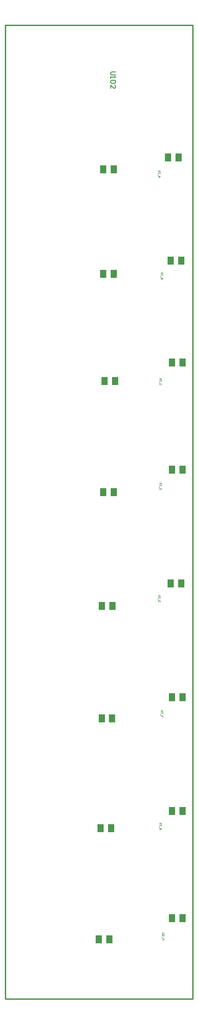
<source format=gbp>
G04 Layer_Color=128*
%FSLAX25Y25*%
%MOIN*%
G70*
G01*
G75*
%ADD22C,0.01000*%
%ADD23C,0.00236*%
%ADD24C,0.00800*%
%ADD31R,0.05118X0.06102*%
D22*
X0Y-736221D02*
X141732D01*
Y0D01*
X0D02*
X141732D01*
X0Y-736221D02*
Y0D01*
D23*
X119878Y-686276D02*
X118730D01*
X118500Y-686505D01*
Y-686964D01*
X118730Y-687194D01*
X119878D01*
X118500Y-688571D02*
Y-687653D01*
X119418Y-688571D01*
X119648D01*
X119878Y-688342D01*
Y-687883D01*
X119648Y-687653D01*
X118270Y-689031D02*
Y-689949D01*
X119878Y-690408D02*
X118500D01*
X119189D01*
Y-691326D01*
X119878D01*
X118500D01*
X117877Y-603000D02*
X116730D01*
X116500Y-603230D01*
Y-603689D01*
X116730Y-603918D01*
X117877D01*
X116500Y-605296D02*
Y-604378D01*
X117418Y-605296D01*
X117648D01*
X117877Y-605066D01*
Y-604607D01*
X117648Y-604378D01*
X116270Y-605755D02*
Y-606673D01*
X117648Y-608051D02*
X117877Y-607821D01*
Y-607362D01*
X117648Y-607132D01*
X116730D01*
X116500Y-607362D01*
Y-607821D01*
X116730Y-608051D01*
X117189D01*
Y-607592D01*
X118877Y-518000D02*
X117730D01*
X117500Y-518230D01*
Y-518689D01*
X117730Y-518918D01*
X118877D01*
X117500Y-520296D02*
Y-519378D01*
X118418Y-520296D01*
X118648D01*
X118877Y-520066D01*
Y-519607D01*
X118648Y-519378D01*
X117270Y-520755D02*
Y-521673D01*
X118877Y-523051D02*
Y-522132D01*
X118189D01*
Y-522592D01*
Y-522132D01*
X117500D01*
X116877Y-431000D02*
X115730D01*
X115500Y-431230D01*
Y-431689D01*
X115730Y-431918D01*
X116877D01*
X115500Y-433296D02*
Y-432377D01*
X116418Y-433296D01*
X116648D01*
X116877Y-433066D01*
Y-432607D01*
X116648Y-432377D01*
X115270Y-433755D02*
Y-434673D01*
X116877Y-436051D02*
Y-435133D01*
X115500D01*
Y-436051D01*
X116189Y-435133D02*
Y-435592D01*
X117877Y-346000D02*
X116730D01*
X116500Y-346230D01*
Y-346689D01*
X116730Y-346918D01*
X117877D01*
X116500Y-348296D02*
Y-347377D01*
X117418Y-348296D01*
X117648D01*
X117877Y-348066D01*
Y-347607D01*
X117648Y-347377D01*
X116270Y-348755D02*
Y-349673D01*
X117877Y-350132D02*
X116500D01*
Y-350821D01*
X116730Y-351051D01*
X117648D01*
X117877Y-350821D01*
Y-350132D01*
Y-267000D02*
X116730D01*
X116500Y-267230D01*
Y-267689D01*
X116730Y-267918D01*
X117877D01*
X116500Y-269296D02*
Y-268377D01*
X117418Y-269296D01*
X117648D01*
X117877Y-269066D01*
Y-268607D01*
X117648Y-268377D01*
X116270Y-269755D02*
Y-270673D01*
X117648Y-272051D02*
X117877Y-271821D01*
Y-271362D01*
X117648Y-271132D01*
X116730D01*
X116500Y-271362D01*
Y-271821D01*
X116730Y-272051D01*
X118877Y-187000D02*
X117730D01*
X117500Y-187230D01*
Y-187689D01*
X117730Y-187918D01*
X118877D01*
X117500Y-189296D02*
Y-188377D01*
X118418Y-189296D01*
X118648D01*
X118877Y-189066D01*
Y-188607D01*
X118648Y-188377D01*
X117270Y-189755D02*
Y-190673D01*
X118877Y-191132D02*
X117500D01*
Y-191821D01*
X117730Y-192051D01*
X117959D01*
X118189Y-191821D01*
Y-191132D01*
Y-191821D01*
X118418Y-192051D01*
X118648D01*
X118877Y-191821D01*
Y-191132D01*
X116877Y-110000D02*
X115730D01*
X115500Y-110230D01*
Y-110689D01*
X115730Y-110918D01*
X116877D01*
X115500Y-112296D02*
Y-111378D01*
X116418Y-112296D01*
X116648D01*
X116877Y-112066D01*
Y-111607D01*
X116648Y-111378D01*
X115270Y-112755D02*
Y-113673D01*
X115500Y-114132D02*
X116418D01*
X116877Y-114592D01*
X116418Y-115051D01*
X115500D01*
X116189D01*
Y-114132D01*
D24*
X83195Y-35441D02*
X80279D01*
X79696Y-36024D01*
Y-37190D01*
X80279Y-37774D01*
X83195D01*
X79696Y-38940D02*
Y-40106D01*
Y-39523D01*
X83195D01*
X82612Y-38940D01*
Y-41856D02*
X83195Y-42439D01*
Y-43605D01*
X82612Y-44188D01*
X80279D01*
X79696Y-43605D01*
Y-42439D01*
X80279Y-41856D01*
X82612D01*
X79696Y-47687D02*
Y-45355D01*
X82028Y-47687D01*
X82612D01*
X83195Y-47104D01*
Y-45938D01*
X82612Y-45355D01*
D31*
X133937Y-675000D02*
D03*
X126063D02*
D03*
X78437Y-691000D02*
D03*
X70563D02*
D03*
X133858Y-594000D02*
D03*
X125984D02*
D03*
X79937Y-607000D02*
D03*
X72063D02*
D03*
X133858Y-508000D02*
D03*
X125984D02*
D03*
X80689Y-524000D02*
D03*
X72815D02*
D03*
X132937Y-422000D02*
D03*
X125063D02*
D03*
X80937Y-439000D02*
D03*
X73063D02*
D03*
X125984Y-255000D02*
D03*
X133858D02*
D03*
X126063Y-336000D02*
D03*
X133937D02*
D03*
X74063Y-353000D02*
D03*
X81937D02*
D03*
X75063Y-269000D02*
D03*
X82937D02*
D03*
X74063Y-188000D02*
D03*
X81937D02*
D03*
X125063Y-178000D02*
D03*
X132937D02*
D03*
X123063Y-100000D02*
D03*
X130937D02*
D03*
X74063Y-109000D02*
D03*
X81937D02*
D03*
M02*

</source>
